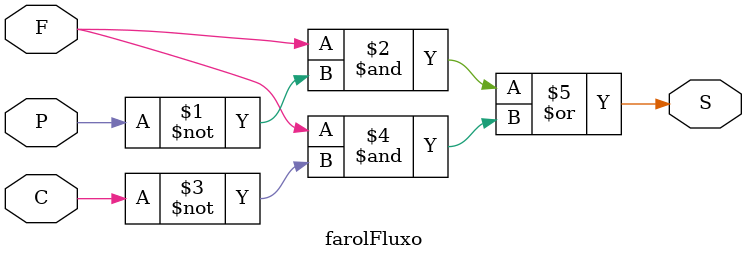
<source format=v>
/*1 prática de laborátorio. Outubro/2020. Aluno: Alexandre Roque 
Objetivo: Implementar, usando duas formas de descrição em Verilog HDL, um circuito digital que sinalize quando
o motorista esquecer o farol do carro ligado:
A) Circuito descrito por fluxo de dados em Verilog HDL (expressão booleana);
B) Circuito descrito de maneira comportamental em Verilog HDL (use a instrução CASE);
Regras:
Considere como entradas do circuito as variáveis:
inputs: (F, P, C) Farol, Porta, Chave,;
E como saída:output: S – sinalizador; 
Este circuito digital aciona um sinalizador (pode ser um buzzer, led) sempre que o Farol do carro estiver aceso
desnecessariamente, quando:
1) a Porta estiver aberta; S = ~P & F
2) a chave não estiver na ignição. S = ~C & F| */

module farolFluxo (S, F, P, C); //cabeçalho

	input F, P, C;
	output S;
	
		assign S = (F & ~P) | (F & ~C);
	
endmodule

</source>
